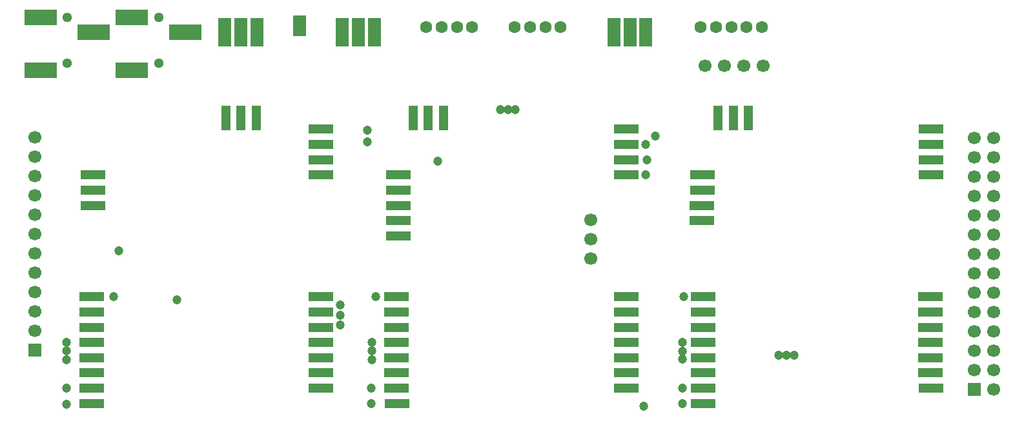
<source format=gbr>
G04 DipTrace 2.4.0.2*
%IN1_Layer_Top_Mask.gbr*%
%MOIN*%
%ADD19C,0.0512*%
%ADD48C,0.0472*%
%ADD57C,0.063*%
%ADD59R,0.1654X0.0787*%
%ADD63R,0.0669X0.1063*%
%ADD65R,0.0472X0.126*%
%ADD67R,0.0669X0.1457*%
%ADD69R,0.126X0.0472*%
%ADD71C,0.0669*%
%ADD73R,0.0669X0.0669*%
%FSLAX44Y44*%
G04*
G70*
G90*
G75*
G01*
%LNTopMask*%
%LPD*%
D19*
X7047Y25669D3*
Y23307D3*
X11772Y25669D3*
Y23307D3*
D73*
X5394Y8476D3*
D71*
Y9476D3*
Y10476D3*
Y11476D3*
Y12476D3*
Y13476D3*
Y14476D3*
Y15476D3*
Y16476D3*
Y17476D3*
Y18476D3*
Y19476D3*
X39996Y23150D3*
X40996D3*
X41996D3*
X42996D3*
X54870Y8437D3*
X53870D3*
X54870Y9437D3*
X53870D3*
X54870Y10437D3*
X53870D3*
X54870Y11437D3*
X53870D3*
X54870Y12437D3*
X53870D3*
X54870Y13437D3*
X53870D3*
X54870Y14437D3*
X53870D3*
X54870Y15437D3*
X53870D3*
X54870Y16437D3*
X53870D3*
X54870Y17437D3*
X53870D3*
X54870Y18437D3*
X53870D3*
X54870Y19437D3*
X53870D3*
D73*
Y6437D3*
D71*
Y7437D3*
X54870Y6437D3*
Y7437D3*
D69*
X8307Y11220D3*
D48*
X26181Y18228D3*
D69*
X8307Y10433D3*
D67*
X16850Y24882D3*
D69*
X8307Y9646D3*
D67*
X16024Y24882D3*
D69*
X8307Y8858D3*
D67*
X15197Y24882D3*
D69*
X8307Y8071D3*
D67*
X22913Y24882D3*
D69*
X8307Y7283D3*
D67*
X22087Y24882D3*
D69*
X8307Y6496D3*
D67*
X21260Y24882D3*
D69*
X8307Y5709D3*
X8386Y17520D3*
D67*
X36929Y24882D3*
D69*
X8386Y16732D3*
D67*
X36102Y24882D3*
D69*
X8386Y15945D3*
D67*
X35276Y24882D3*
D65*
X15236Y20472D3*
X16024D3*
X16811D3*
D63*
X19055Y25236D3*
D69*
X20157Y19882D3*
Y19094D3*
Y18307D3*
Y17520D3*
Y11220D3*
Y10433D3*
Y9646D3*
Y8858D3*
Y8071D3*
Y7283D3*
Y6496D3*
X24055Y11220D3*
Y10433D3*
Y9646D3*
Y8858D3*
Y8071D3*
Y7283D3*
Y6496D3*
X24094Y5709D3*
X24134Y17520D3*
Y16732D3*
Y15945D3*
Y15157D3*
Y14370D3*
D65*
X24902Y20472D3*
X25689D3*
X26476D3*
D69*
X35906Y19882D3*
Y19094D3*
Y18307D3*
Y17520D3*
Y11220D3*
Y10433D3*
Y9646D3*
Y8858D3*
Y8071D3*
Y7283D3*
Y6496D3*
X39803Y15945D3*
Y15157D3*
X39843Y17520D3*
Y16732D3*
X39882Y11220D3*
Y10433D3*
Y9646D3*
Y8858D3*
Y8071D3*
Y7283D3*
Y6496D3*
Y5709D3*
D65*
X40650Y20472D3*
X41437D3*
X42224D3*
D69*
X51614Y11220D3*
Y10433D3*
Y9646D3*
Y8858D3*
Y8071D3*
Y7283D3*
X51654Y19882D3*
Y19094D3*
Y18307D3*
Y17520D3*
Y6496D3*
D48*
X44567Y8189D3*
X44173D3*
X43780D3*
X38898Y11220D3*
X38819Y8858D3*
Y8386D3*
Y7992D3*
Y6496D3*
Y5709D3*
X37402Y19528D3*
X36969Y18307D3*
X36929Y19094D3*
Y17520D3*
X36811Y5551D3*
X30197Y20906D3*
X29803D3*
X29409D3*
X22992Y11220D3*
X22795Y8858D3*
Y8425D3*
Y7953D3*
X22756Y6496D3*
Y5709D3*
X22559Y19843D3*
Y19213D3*
X21142Y10787D3*
Y10276D3*
Y9764D3*
X12717Y11063D3*
X9724Y13583D3*
X9449Y11220D3*
X7008Y8858D3*
Y8425D3*
Y7953D3*
Y6496D3*
Y5669D3*
D59*
X8425Y24882D3*
X5669Y25669D3*
Y22913D3*
X13150Y24882D3*
X10394Y25669D3*
Y22913D3*
D57*
X27962Y25148D3*
X27174D3*
X25599D3*
X26399D3*
X32529Y25157D3*
X31741D3*
X30166D3*
X30966D3*
X42913Y25154D3*
X42126D3*
X41339D3*
X40551D3*
X39764D3*
D71*
X34094Y15197D3*
Y14197D3*
Y13197D3*
M02*

</source>
